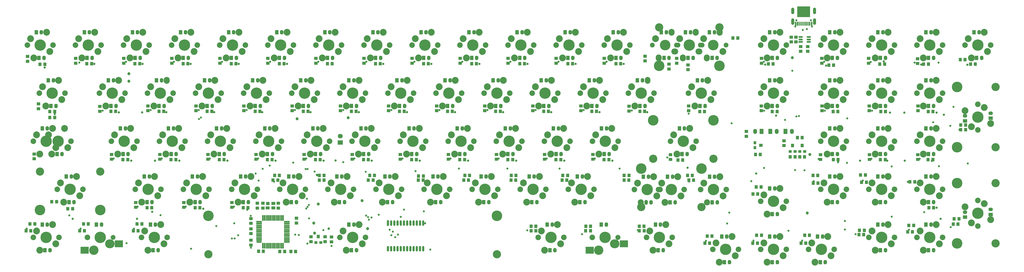
<source format=gbs>
%FSLAX25Y25*%
%MOIN*%
G70*
G01*
G75*
G04 Layer_Color=16711935*
%ADD10C,0.01500*%
%ADD11C,0.03937*%
%ADD12C,0.01000*%
%ADD13C,0.01575*%
%ADD14C,0.03150*%
%ADD15C,0.01400*%
%ADD16C,0.01969*%
%ADD17R,0.04724X0.06300*%
%ADD18O,0.04724X0.06300*%
%ADD19C,0.06689*%
%ADD20O,0.09840X0.08800*%
%ADD21O,0.08661X0.09840*%
%ADD22C,0.16929*%
%ADD23C,0.09840*%
%ADD24C,0.12000*%
%ADD25C,0.15700*%
%ADD26O,0.03937X0.09449*%
%ADD27C,0.02756*%
%ADD28C,0.02362*%
%ADD29O,0.05118X0.07087*%
%ADD30R,0.05118X0.07087*%
%ADD31O,0.07087X0.05906*%
%ADD32R,0.07087X0.05906*%
%ADD33C,0.07874*%
%ADD34C,0.07087*%
%ADD35C,0.13780*%
%ADD36O,0.14000X0.13000*%
%ADD37O,0.06300X0.04724*%
%ADD38R,0.06300X0.04724*%
%ADD39C,0.08661*%
G04:AMPARAMS|DCode=40|XSize=47.24mil|YSize=63mil|CornerRadius=0mil|HoleSize=0mil|Usage=FLASHONLY|Rotation=0.000|XOffset=0mil|YOffset=0mil|HoleType=Round|Shape=Octagon|*
%AMOCTAGOND40*
4,1,8,-0.01181,0.03150,0.01181,0.03150,0.02362,0.01969,0.02362,-0.01969,0.01181,-0.03150,-0.01181,-0.03150,-0.02362,-0.01969,-0.02362,0.01969,-0.01181,0.03150,0.0*
%
%ADD40OCTAGOND40*%

%ADD41O,0.08000X0.09840*%
%ADD42O,0.08661X0.09843*%
%ADD43C,0.06693*%
%ADD44O,0.08661X0.09839*%
%ADD45C,0.15669*%
%ADD46O,0.08661X0.09840*%
%ADD47O,0.09840X0.08661*%
%ADD48C,0.15669*%
%ADD49C,0.02441*%
%ADD50C,0.03150*%
%ADD51C,0.03937*%
%ADD52R,0.04331X0.04921*%
%ADD53R,0.00984X0.05118*%
%ADD54R,0.04921X0.04331*%
%ADD55R,0.05906X0.01969*%
%ADD56O,0.05906X0.01969*%
%ADD57O,0.07874X0.01969*%
%ADD58R,0.07874X0.01969*%
%ADD59R,0.01969X0.07874*%
%ADD60R,0.04724X0.03937*%
%ADD61R,0.03543X0.03937*%
%ADD62R,0.02559X0.07874*%
%ADD63O,0.02559X0.07874*%
%ADD64R,0.05118X0.04331*%
%ADD65R,0.03937X0.03937*%
%ADD66R,0.11811X0.09843*%
%ADD67R,0.03937X0.04724*%
%ADD68R,0.03937X0.03543*%
%ADD69R,0.19685X0.15748*%
%ADD70C,0.02362*%
%ADD71C,0.02756*%
%ADD72C,0.00394*%
%ADD73R,0.05524X0.07100*%
%ADD74O,0.05524X0.07100*%
%ADD75C,0.07489*%
%ADD76O,0.10640X0.09600*%
%ADD77O,0.09461X0.10640*%
%ADD78C,0.17729*%
%ADD79C,0.10640*%
%ADD80C,0.12800*%
%ADD81C,0.16500*%
%ADD82O,0.04737X0.10249*%
%ADD83C,0.03556*%
%ADD84C,0.03162*%
%ADD85O,0.05918X0.07887*%
%ADD86R,0.05918X0.07887*%
%ADD87O,0.07887X0.06706*%
%ADD88R,0.07887X0.06706*%
%ADD89C,0.08674*%
%ADD90C,0.07887*%
%ADD91C,0.14579*%
%ADD92O,0.14800X0.13800*%
%ADD93O,0.07100X0.05524*%
%ADD94R,0.07100X0.05524*%
%ADD95C,0.09461*%
G04:AMPARAMS|DCode=96|XSize=55.24mil|YSize=71mil|CornerRadius=0mil|HoleSize=0mil|Usage=FLASHONLY|Rotation=0.000|XOffset=0mil|YOffset=0mil|HoleType=Round|Shape=Octagon|*
%AMOCTAGOND96*
4,1,8,-0.01381,0.03550,0.01381,0.03550,0.02762,0.02169,0.02762,-0.02169,0.01381,-0.03550,-0.01381,-0.03550,-0.02762,-0.02169,-0.02762,0.02169,-0.01381,0.03550,0.0*
%
%ADD96OCTAGOND96*%

%ADD97O,0.08800X0.10640*%
%ADD98O,0.09461X0.10642*%
%ADD99C,0.07493*%
%ADD100O,0.09461X0.10639*%
%ADD101C,0.16469*%
%ADD102O,0.09461X0.10640*%
%ADD103O,0.10640X0.09461*%
%ADD104C,0.16469*%
%ADD105C,0.03950*%
%ADD106C,0.04737*%
%ADD107R,0.05131X0.05721*%
%ADD108R,0.01784X0.05918*%
%ADD109R,0.05721X0.05131*%
%ADD110R,0.06706X0.02769*%
%ADD111O,0.06706X0.02769*%
%ADD112O,0.08674X0.02769*%
%ADD113R,0.08674X0.02769*%
%ADD114R,0.02769X0.08674*%
%ADD115R,0.05524X0.04737*%
%ADD116R,0.04343X0.04737*%
%ADD117R,0.03359X0.08674*%
%ADD118O,0.03359X0.08674*%
%ADD119R,0.05918X0.05131*%
%ADD120R,0.04737X0.04737*%
%ADD121R,0.12611X0.10642*%
%ADD122R,0.04737X0.05524*%
%ADD123R,0.04737X0.04343*%
%ADD124R,0.20485X0.16548*%
D72*
X-814173Y167717D02*
X-813780Y167323D01*
X-814173Y167717D02*
X-813780Y171653D01*
X-813980Y167523D02*
Y169649D01*
X-814170Y167713D02*
X-810240D01*
X-814134Y168107D02*
X-809846D01*
X-814095Y168500D02*
X-809842D01*
X-814056Y168894D02*
X-809842D01*
X-813859Y170862D02*
X-809842D01*
X-813819Y171256D02*
X-809842D01*
X-813780Y171650D02*
X-809842D01*
X-813780Y171653D02*
X-810236D01*
X-814016Y169288D02*
X-809842D01*
X-813977Y169681D02*
X-809842D01*
X-813937Y170075D02*
X-809842D01*
X-813898Y170469D02*
X-809842D01*
X-813780Y167323D02*
X-812598D01*
X-812799D02*
Y171653D01*
X-813586Y167323D02*
Y171653D01*
X-813193Y167323D02*
Y171653D01*
X-812598Y167323D02*
X-810630D01*
X-811618D02*
Y171653D01*
X-812405Y167323D02*
Y171653D01*
X-812012Y167323D02*
Y171653D01*
X-810630Y167323D02*
X-810236Y167717D01*
X-810437Y167516D02*
Y171653D01*
X-811224Y167323D02*
Y171653D01*
X-810830Y167323D02*
Y171653D01*
X-810236Y167717D02*
X-809842Y168110D01*
Y171653D01*
X-810236D02*
X-809842D01*
X-810043Y167910D02*
Y171653D01*
D73*
X-160921Y436929D02*
D03*
X-156815Y396929D02*
D03*
X45181Y118228D02*
D03*
X49287Y78228D02*
D03*
X-292220Y136929D02*
D03*
X-207772Y136929D02*
D03*
X-203665Y96929D02*
D03*
X-376472Y136929D02*
D03*
X-372366Y96929D02*
D03*
X-995370Y136929D02*
D03*
X-991264Y96929D02*
D03*
X-1079622Y136929D02*
D03*
X-1164071Y136929D02*
D03*
X-1159965Y96929D02*
D03*
X214079Y286732D02*
D03*
X218185Y246732D02*
D03*
X-1173323Y436929D02*
D03*
X-1169217Y396929D02*
D03*
X139079Y136732D02*
D03*
X143185Y96732D02*
D03*
X218185Y171929D02*
D03*
X214079Y211929D02*
D03*
X64079Y436929D02*
D03*
X68185Y396929D02*
D03*
X143185D02*
D03*
X139079Y436929D02*
D03*
X218185Y396929D02*
D03*
X214079Y436929D02*
D03*
X218185Y321929D02*
D03*
X214079Y361929D02*
D03*
X143185Y321929D02*
D03*
X139079Y361929D02*
D03*
X64079D02*
D03*
X68185Y321929D02*
D03*
X64079Y286732D02*
D03*
X68185Y246732D02*
D03*
X143185D02*
D03*
X139079Y286732D02*
D03*
X68185Y171929D02*
D03*
X64079Y211929D02*
D03*
X139079D02*
D03*
X143185Y171929D02*
D03*
X289079Y436929D02*
D03*
X293185Y396929D02*
D03*
X-25516Y321929D02*
D03*
X-29622Y361929D02*
D03*
X-25516Y396929D02*
D03*
X-29622Y436929D02*
D03*
X-188932Y211579D02*
D03*
X-184826Y171580D02*
D03*
X218185Y96929D02*
D03*
X214079Y136929D02*
D03*
X-100319Y78228D02*
D03*
X-104425Y118228D02*
D03*
X-29622D02*
D03*
X-25516Y78228D02*
D03*
X-681815Y96929D02*
D03*
X-685921Y136929D02*
D03*
X-742063Y286929D02*
D03*
X-737957Y246929D02*
D03*
X-1141067D02*
D03*
X-1122366Y171929D02*
D03*
X-1126472Y211929D02*
D03*
X-1164071Y286929D02*
D03*
X-1150516Y321929D02*
D03*
X-1154622Y361929D02*
D03*
X-29622Y193032D02*
D03*
X-25516Y153032D02*
D03*
X-119217Y171580D02*
D03*
X-123323Y211579D02*
D03*
X-226541D02*
D03*
X-325516Y171929D02*
D03*
X-329622Y211929D02*
D03*
X-404644D02*
D03*
X-400538Y171929D02*
D03*
X-475560D02*
D03*
X-479666Y211929D02*
D03*
X-554688D02*
D03*
X-550582Y171929D02*
D03*
X-625603D02*
D03*
X-629710Y211929D02*
D03*
X-704732D02*
D03*
X-700625Y171929D02*
D03*
X-775647D02*
D03*
X-779753Y211929D02*
D03*
X-854775D02*
D03*
X-850669Y171929D02*
D03*
X-925691D02*
D03*
X-929797Y211929D02*
D03*
X-1004819D02*
D03*
X-1000713Y171929D02*
D03*
X-166264Y246929D02*
D03*
X-170370Y286929D02*
D03*
X-291827D02*
D03*
X-287720Y246929D02*
D03*
X-362760D02*
D03*
X-366866Y286929D02*
D03*
X-441905D02*
D03*
X-437799Y246929D02*
D03*
X-512839D02*
D03*
X-516945Y286929D02*
D03*
X-591984D02*
D03*
X-587878Y246929D02*
D03*
X-662917D02*
D03*
X-667024Y286929D02*
D03*
X-812996Y246929D02*
D03*
X-817102Y286929D02*
D03*
X-892142D02*
D03*
X-888035Y246929D02*
D03*
X-963075D02*
D03*
X-967181Y286929D02*
D03*
X-1042220D02*
D03*
X-1038114Y246929D02*
D03*
X-142417Y361929D02*
D03*
X-138311Y321929D02*
D03*
X-231833D02*
D03*
X-235939Y361929D02*
D03*
X-310938D02*
D03*
X-306831Y321929D02*
D03*
X-381830D02*
D03*
X-385936Y361929D02*
D03*
X-460934D02*
D03*
X-456828Y321929D02*
D03*
X-531826D02*
D03*
X-535933Y361929D02*
D03*
X-610931D02*
D03*
X-606825Y321929D02*
D03*
X-681823D02*
D03*
X-685929Y361929D02*
D03*
X-760928D02*
D03*
X-756821Y321929D02*
D03*
X-831820D02*
D03*
X-835926Y361929D02*
D03*
X-910925D02*
D03*
X-906818Y321929D02*
D03*
X-981817D02*
D03*
X-985923Y361929D02*
D03*
X-1060921D02*
D03*
X-1056815Y321929D02*
D03*
X-269414Y396929D02*
D03*
X-273520Y436929D02*
D03*
X-348503D02*
D03*
X-344397Y396929D02*
D03*
X-419381D02*
D03*
X-423487Y436929D02*
D03*
X-498471D02*
D03*
X-494364Y396929D02*
D03*
X-569348D02*
D03*
X-573454Y436929D02*
D03*
X-648438D02*
D03*
X-644332Y396929D02*
D03*
X-719315D02*
D03*
X-723421Y436929D02*
D03*
X-798405D02*
D03*
X-794299Y396929D02*
D03*
X-869282D02*
D03*
X-873388Y436929D02*
D03*
X-948372D02*
D03*
X-944266Y396929D02*
D03*
X-1019249D02*
D03*
X-1023356Y436929D02*
D03*
X-1098339D02*
D03*
X-1094233Y396929D02*
D03*
X-123553Y436929D02*
D03*
X-119446Y396929D02*
D03*
X-198536Y436929D02*
D03*
X-194430Y396929D02*
D03*
D74*
X-153086Y436929D02*
D03*
X-148921Y396929D02*
D03*
X53016Y118228D02*
D03*
X57181Y78228D02*
D03*
X-284327Y136929D02*
D03*
X-199936Y136929D02*
D03*
X-195772Y96929D02*
D03*
X-368637Y136929D02*
D03*
X-364472Y96929D02*
D03*
X-987535Y136929D02*
D03*
X-983370Y96929D02*
D03*
X-1071728Y136929D02*
D03*
X-1156236Y136929D02*
D03*
X-1152071Y96929D02*
D03*
X221914Y286732D02*
D03*
X226079Y246732D02*
D03*
X-1165487Y436929D02*
D03*
X-1161323Y396929D02*
D03*
X146914Y136732D02*
D03*
X151079Y96732D02*
D03*
X226079Y171929D02*
D03*
X221914Y211929D02*
D03*
X71914Y436929D02*
D03*
X76079Y396929D02*
D03*
X151079D02*
D03*
X146914Y436929D02*
D03*
X226079Y396929D02*
D03*
X221914Y436929D02*
D03*
X226079Y321929D02*
D03*
X221914Y361929D02*
D03*
X151079Y321929D02*
D03*
X146914Y361929D02*
D03*
X71914D02*
D03*
X76079Y321929D02*
D03*
X71914Y286732D02*
D03*
X76079Y246732D02*
D03*
X151079D02*
D03*
X146914Y286732D02*
D03*
X76079Y171929D02*
D03*
X71914Y211929D02*
D03*
X146914D02*
D03*
X151079Y171929D02*
D03*
X296914Y436929D02*
D03*
X301079Y396929D02*
D03*
X-17622Y321929D02*
D03*
X-21787Y361929D02*
D03*
X-17622Y396929D02*
D03*
X-21787Y436929D02*
D03*
X-181097Y211579D02*
D03*
X-176932Y171580D02*
D03*
X226079Y96929D02*
D03*
X221914Y136929D02*
D03*
X-92425Y78228D02*
D03*
X-96590Y118228D02*
D03*
X-21787D02*
D03*
X-17622Y78228D02*
D03*
X-673921Y96929D02*
D03*
X-678086Y136929D02*
D03*
X-734228Y286929D02*
D03*
X-730063Y246929D02*
D03*
X-1133173D02*
D03*
X-1114472Y171929D02*
D03*
X-1118637Y211929D02*
D03*
X-1156236Y286929D02*
D03*
X-1142622Y321929D02*
D03*
X-1146787Y361929D02*
D03*
X-21787Y193032D02*
D03*
X-17622Y153032D02*
D03*
X-111323Y171580D02*
D03*
X-115488Y211579D02*
D03*
X-218706D02*
D03*
X-214541Y171580D02*
D03*
X-317622Y171929D02*
D03*
X-321787Y211929D02*
D03*
X-396809D02*
D03*
X-392644Y171929D02*
D03*
X-467666D02*
D03*
X-471831Y211929D02*
D03*
X-546852D02*
D03*
X-542688Y171929D02*
D03*
X-617710D02*
D03*
X-621874Y211929D02*
D03*
X-696896D02*
D03*
X-692732Y171929D02*
D03*
X-767753D02*
D03*
X-771918Y211929D02*
D03*
X-846940D02*
D03*
X-842775Y171929D02*
D03*
X-917797D02*
D03*
X-921962Y211929D02*
D03*
X-996984D02*
D03*
X-992819Y171929D02*
D03*
X-158370Y246929D02*
D03*
X-162535Y286929D02*
D03*
X-283992D02*
D03*
X-279827Y246929D02*
D03*
X-354866D02*
D03*
X-359031Y286929D02*
D03*
X-434070D02*
D03*
X-429906Y246929D02*
D03*
X-504945D02*
D03*
X-509110Y286929D02*
D03*
X-584149D02*
D03*
X-579984Y246929D02*
D03*
X-655024D02*
D03*
X-659188Y286929D02*
D03*
X-805102Y246929D02*
D03*
X-809267Y286929D02*
D03*
X-884306D02*
D03*
X-880142Y246929D02*
D03*
X-955181D02*
D03*
X-959346Y286929D02*
D03*
X-1034385D02*
D03*
X-1030221Y246929D02*
D03*
X-134582Y361929D02*
D03*
X-130417Y321929D02*
D03*
X-223939D02*
D03*
X-228104Y361929D02*
D03*
X-303102D02*
D03*
X-298938Y321929D02*
D03*
X-373936D02*
D03*
X-378101Y361929D02*
D03*
X-453099D02*
D03*
X-448934Y321929D02*
D03*
X-523933D02*
D03*
X-528097Y361929D02*
D03*
X-603096D02*
D03*
X-598931Y321929D02*
D03*
X-673930D02*
D03*
X-678094Y361929D02*
D03*
X-753092D02*
D03*
X-748928Y321929D02*
D03*
X-823926D02*
D03*
X-828091Y361929D02*
D03*
X-903089D02*
D03*
X-898925Y321929D02*
D03*
X-973923D02*
D03*
X-978088Y361929D02*
D03*
X-1053086D02*
D03*
X-1048921Y321929D02*
D03*
X-261520Y396929D02*
D03*
X-265685Y436929D02*
D03*
X-340668D02*
D03*
X-336504Y396929D02*
D03*
X-411487D02*
D03*
X-415652Y436929D02*
D03*
X-490635D02*
D03*
X-486471Y396929D02*
D03*
X-561454D02*
D03*
X-565619Y436929D02*
D03*
X-640602D02*
D03*
X-636438Y396929D02*
D03*
X-711421D02*
D03*
X-715586Y436929D02*
D03*
X-790570D02*
D03*
X-786405Y396929D02*
D03*
X-861388D02*
D03*
X-865553Y436929D02*
D03*
X-940537D02*
D03*
X-936372Y396929D02*
D03*
X-1011356D02*
D03*
X-1015520Y436929D02*
D03*
X-1090504D02*
D03*
X-1086339Y396929D02*
D03*
X-115717Y436929D02*
D03*
X-111553Y396929D02*
D03*
X-190701Y436929D02*
D03*
X-186536Y396929D02*
D03*
D75*
X-174921Y416929D02*
D03*
X-134921D02*
D03*
X-1053622Y116929D02*
D03*
X-97553Y416929D02*
D03*
X-212536D02*
D03*
X-172536D02*
D03*
D76*
X-139921Y406929D02*
D03*
D77*
X-164921Y396929D02*
D03*
X-144921Y436929D02*
D03*
X-202536Y396929D02*
D03*
X-182536Y436929D02*
D03*
D78*
X-154921Y416929D02*
D03*
X51181Y98228D02*
D03*
X-286221Y116929D02*
D03*
X-201772Y116929D02*
D03*
X-370472D02*
D03*
X-989370D02*
D03*
X-1073622Y116929D02*
D03*
X-1158071Y116929D02*
D03*
X220079Y266732D02*
D03*
X-1167323Y416929D02*
D03*
X145079Y116732D02*
D03*
X220079Y191929D02*
D03*
X70079Y416929D02*
D03*
X145079D02*
D03*
X220079D02*
D03*
Y341929D02*
D03*
X145079D02*
D03*
X70079D02*
D03*
Y266732D02*
D03*
X145079D02*
D03*
X70079Y191929D02*
D03*
X145079D02*
D03*
X295079Y304528D02*
D03*
X295079Y416929D02*
D03*
X-23622Y341929D02*
D03*
Y416929D02*
D03*
X295079Y154331D02*
D03*
X-182932Y191579D02*
D03*
X220079Y116929D02*
D03*
X-98425Y98228D02*
D03*
X-23622D02*
D03*
X-679921Y116929D02*
D03*
X-736063Y266929D02*
D03*
X-1139173D02*
D03*
X-1120473Y191929D02*
D03*
X-1158071Y266929D02*
D03*
X-1148622Y341929D02*
D03*
X-23622Y173031D02*
D03*
X-117323Y191579D02*
D03*
X-220541D02*
D03*
X-323622Y191929D02*
D03*
X-398644D02*
D03*
X-473666D02*
D03*
X-548688D02*
D03*
X-623710D02*
D03*
X-698732D02*
D03*
X-773753D02*
D03*
X-848775D02*
D03*
X-923797D02*
D03*
X-998819D02*
D03*
X-164370Y266929D02*
D03*
X-285827D02*
D03*
X-360866D02*
D03*
X-435906D02*
D03*
X-510945D02*
D03*
X-585984D02*
D03*
X-661024D02*
D03*
X-811102D02*
D03*
X-886142D02*
D03*
X-961181D02*
D03*
X-1036220D02*
D03*
X-136417Y341929D02*
D03*
X-229939D02*
D03*
X-304938D02*
D03*
X-379936D02*
D03*
X-454934D02*
D03*
X-529933D02*
D03*
X-604931D02*
D03*
X-679929D02*
D03*
X-754928D02*
D03*
X-829926D02*
D03*
X-904925D02*
D03*
X-979923D02*
D03*
X-1054921D02*
D03*
X-267520Y416929D02*
D03*
X-342503D02*
D03*
X-417487D02*
D03*
X-492471D02*
D03*
X-567454D02*
D03*
X-642438D02*
D03*
X-717421D02*
D03*
X-792405D02*
D03*
X-867389D02*
D03*
X-942372D02*
D03*
X-1017356D02*
D03*
X-1092339D02*
D03*
D79*
X-169921Y426929D02*
D03*
X66181Y88228D02*
D03*
X41181Y78228D02*
D03*
X61181Y118228D02*
D03*
X36181Y108228D02*
D03*
X-186772Y106929D02*
D03*
X-211772Y96929D02*
D03*
X-191772Y136929D02*
D03*
X-216772Y126929D02*
D03*
X-355472Y106929D02*
D03*
X-380472Y96929D02*
D03*
X-360472Y136929D02*
D03*
X-385472Y126929D02*
D03*
X-974370Y106929D02*
D03*
X-999370Y96929D02*
D03*
X-979370Y136929D02*
D03*
X-1004370Y126929D02*
D03*
X-1143071Y106929D02*
D03*
X-1168071Y96929D02*
D03*
X-1148071Y136929D02*
D03*
X-1173071Y126929D02*
D03*
X235079Y256732D02*
D03*
X210079Y246732D02*
D03*
X230079Y286732D02*
D03*
X205079Y276732D02*
D03*
X-1152323Y406929D02*
D03*
X-1177323Y396929D02*
D03*
X-1157323Y436929D02*
D03*
X-1182323Y426929D02*
D03*
X160079Y106732D02*
D03*
X135079Y96732D02*
D03*
X155079Y136732D02*
D03*
X130079Y126732D02*
D03*
X205079Y201929D02*
D03*
X230079Y211929D02*
D03*
X210079Y171929D02*
D03*
X235079Y181929D02*
D03*
X85079Y406929D02*
D03*
X60079Y396929D02*
D03*
X80079Y436929D02*
D03*
X55079Y426929D02*
D03*
X130079D02*
D03*
X155079Y436929D02*
D03*
X135079Y396929D02*
D03*
X160079Y406929D02*
D03*
X205079Y426929D02*
D03*
X230079Y436929D02*
D03*
X210079Y396929D02*
D03*
X235079Y406929D02*
D03*
X205079Y351929D02*
D03*
X230079Y361929D02*
D03*
X210079Y321929D02*
D03*
X235079Y331929D02*
D03*
X130079Y351929D02*
D03*
X155079Y361929D02*
D03*
X135079Y321929D02*
D03*
X160079Y331929D02*
D03*
X85079D02*
D03*
X60079Y321929D02*
D03*
X80079Y361929D02*
D03*
X55079Y351929D02*
D03*
X85079Y256732D02*
D03*
X60079Y246732D02*
D03*
X80079Y286732D02*
D03*
X55079Y276732D02*
D03*
X130079D02*
D03*
X155079Y286732D02*
D03*
X135079Y246732D02*
D03*
X160079Y256732D02*
D03*
X55079Y201929D02*
D03*
X80079Y211929D02*
D03*
X60079Y171929D02*
D03*
X85079Y181929D02*
D03*
X160079D02*
D03*
X135079Y171929D02*
D03*
X155079Y211929D02*
D03*
X130079Y201929D02*
D03*
X285079Y289528D02*
D03*
X275079Y314528D02*
D03*
X315079Y294528D02*
D03*
X305079Y319528D02*
D03*
X310079Y406929D02*
D03*
X285079Y396929D02*
D03*
X305079Y436929D02*
D03*
X280079Y426929D02*
D03*
X-38622Y351929D02*
D03*
X-13622Y361929D02*
D03*
X-33622Y321929D02*
D03*
X-8622Y331929D02*
D03*
X-38622Y426929D02*
D03*
X-13622Y436929D02*
D03*
X-33622Y396929D02*
D03*
X-8622Y406929D02*
D03*
X305079Y169331D02*
D03*
X315079Y144331D02*
D03*
X275079Y164331D02*
D03*
X285079Y139331D02*
D03*
X-167932Y181579D02*
D03*
X-192932Y171580D02*
D03*
X-172932Y211579D02*
D03*
X-197932Y201579D02*
D03*
X205079Y126929D02*
D03*
X230079Y136929D02*
D03*
X210079Y96929D02*
D03*
X235079Y106929D02*
D03*
X-113425Y108228D02*
D03*
X-88425Y118228D02*
D03*
X-108425Y78228D02*
D03*
X-83425Y88228D02*
D03*
X-8622D02*
D03*
X-33622Y78228D02*
D03*
X-13622Y118228D02*
D03*
X-38622Y108228D02*
D03*
X-694921Y126929D02*
D03*
X-669921Y136929D02*
D03*
X-689921Y96929D02*
D03*
X-664921Y106929D02*
D03*
X-721063Y256929D02*
D03*
X-746063Y246929D02*
D03*
X-726063Y286929D02*
D03*
X-751063Y276929D02*
D03*
X-1154173D02*
D03*
X-1129173Y286929D02*
D03*
X-1149173Y246929D02*
D03*
X-1124173Y256929D02*
D03*
X-1135472Y201929D02*
D03*
X-1110472Y211929D02*
D03*
X-1130472Y171929D02*
D03*
X-1105472Y181929D02*
D03*
X-1143071Y256929D02*
D03*
X-1168071Y246929D02*
D03*
X-1148071Y286929D02*
D03*
X-1173071Y276929D02*
D03*
X-1163622Y351929D02*
D03*
X-1138622Y361929D02*
D03*
X-1158622Y321929D02*
D03*
X-1133622Y331929D02*
D03*
X-8622Y163031D02*
D03*
X-33622Y153032D02*
D03*
X-13622Y193032D02*
D03*
X-38622Y183031D02*
D03*
X-132323Y201579D02*
D03*
X-107323Y211579D02*
D03*
X-102323Y181579D02*
D03*
X-205541D02*
D03*
X-210541Y211579D02*
D03*
X-235541Y201579D02*
D03*
X-338622Y201929D02*
D03*
X-313622Y211929D02*
D03*
X-333622Y171929D02*
D03*
X-308622Y181929D02*
D03*
X-383644D02*
D03*
X-408644Y171929D02*
D03*
X-388644Y211929D02*
D03*
X-413644Y201929D02*
D03*
X-488666D02*
D03*
X-463666Y211929D02*
D03*
X-483666Y171929D02*
D03*
X-458666Y181929D02*
D03*
X-533688D02*
D03*
X-558688Y171929D02*
D03*
X-538688Y211929D02*
D03*
X-563688Y201929D02*
D03*
X-638710D02*
D03*
X-613710Y211929D02*
D03*
X-633710Y171929D02*
D03*
X-608710Y181929D02*
D03*
X-683732D02*
D03*
X-708732Y171929D02*
D03*
X-688731Y211929D02*
D03*
X-713731Y201929D02*
D03*
X-788753D02*
D03*
X-763753Y211929D02*
D03*
X-783753Y171929D02*
D03*
X-758753Y181929D02*
D03*
X-833775D02*
D03*
X-858775Y171929D02*
D03*
X-838775Y211929D02*
D03*
X-863775Y201929D02*
D03*
X-938797D02*
D03*
X-913797Y211929D02*
D03*
X-933797Y171929D02*
D03*
X-908797Y181929D02*
D03*
X-983819D02*
D03*
X-1008819Y171929D02*
D03*
X-988819Y211929D02*
D03*
X-1013819Y201929D02*
D03*
X-179370Y276929D02*
D03*
X-154370Y286929D02*
D03*
X-174370Y246929D02*
D03*
X-149370Y256929D02*
D03*
X-270827D02*
D03*
X-295827Y246929D02*
D03*
X-275827Y286929D02*
D03*
X-300827Y276929D02*
D03*
X-375866D02*
D03*
X-350866Y286929D02*
D03*
X-370866Y246929D02*
D03*
X-345866Y256929D02*
D03*
X-420905D02*
D03*
X-445905Y246929D02*
D03*
X-425906Y286929D02*
D03*
X-450906Y276929D02*
D03*
X-525945D02*
D03*
X-500945Y286929D02*
D03*
X-520945Y246929D02*
D03*
X-495945Y256929D02*
D03*
X-570984D02*
D03*
X-595984Y246929D02*
D03*
X-575984Y286929D02*
D03*
X-600984Y276929D02*
D03*
X-676024D02*
D03*
X-651024Y286929D02*
D03*
X-671024Y246929D02*
D03*
X-646024Y256929D02*
D03*
X-826102Y276929D02*
D03*
X-801102Y286929D02*
D03*
X-821102Y246929D02*
D03*
X-796102Y256929D02*
D03*
X-871142D02*
D03*
X-896142Y246929D02*
D03*
X-876142Y286929D02*
D03*
X-901142Y276929D02*
D03*
X-976181D02*
D03*
X-951181Y286929D02*
D03*
X-971181Y246929D02*
D03*
X-946181Y256929D02*
D03*
X-1021220D02*
D03*
X-1046220Y246929D02*
D03*
X-1026221Y286929D02*
D03*
X-1051221Y276929D02*
D03*
X-121417Y331929D02*
D03*
X-146417Y321929D02*
D03*
X-126417Y361929D02*
D03*
X-151417Y351929D02*
D03*
X-244939D02*
D03*
X-239939Y321929D02*
D03*
X-214939Y331929D02*
D03*
X-289938D02*
D03*
X-314938Y321929D02*
D03*
X-294938Y361929D02*
D03*
X-319938Y351929D02*
D03*
X-394936D02*
D03*
X-369936Y361929D02*
D03*
X-389936Y321929D02*
D03*
X-364936Y331929D02*
D03*
X-439934D02*
D03*
X-464934Y321929D02*
D03*
X-444934Y361929D02*
D03*
X-469934Y351929D02*
D03*
X-544933D02*
D03*
X-519933Y361929D02*
D03*
X-539933Y321929D02*
D03*
X-514933Y331929D02*
D03*
X-589931D02*
D03*
X-614931Y321929D02*
D03*
X-594931Y361929D02*
D03*
X-619931Y351929D02*
D03*
X-694930D02*
D03*
X-669930Y361929D02*
D03*
X-689929Y321929D02*
D03*
X-664929Y331929D02*
D03*
X-739928D02*
D03*
X-764928Y321929D02*
D03*
X-744928Y361929D02*
D03*
X-769928Y351929D02*
D03*
X-844926D02*
D03*
X-819926Y361929D02*
D03*
X-839926Y321929D02*
D03*
X-814926Y331929D02*
D03*
X-889925D02*
D03*
X-914925Y321929D02*
D03*
X-894925Y361929D02*
D03*
X-919925Y351929D02*
D03*
X-994923D02*
D03*
X-989923Y321929D02*
D03*
X-964923Y331929D02*
D03*
X-1039921D02*
D03*
X-1064921Y321929D02*
D03*
X-1044921Y361929D02*
D03*
X-1069921Y351929D02*
D03*
X-282520Y426929D02*
D03*
X-257520Y436929D02*
D03*
X-277520Y396929D02*
D03*
X-252520Y406929D02*
D03*
X-327503D02*
D03*
X-352503Y396929D02*
D03*
X-332504Y436929D02*
D03*
X-357504Y426929D02*
D03*
X-432487D02*
D03*
X-407487Y436929D02*
D03*
X-427487Y396929D02*
D03*
X-402487Y406929D02*
D03*
X-477471D02*
D03*
X-502471Y396929D02*
D03*
X-482471Y436929D02*
D03*
X-507471Y426929D02*
D03*
X-582454D02*
D03*
X-557454Y436929D02*
D03*
X-577454Y396929D02*
D03*
X-552454Y406929D02*
D03*
X-627438D02*
D03*
X-652438Y396929D02*
D03*
X-632438Y436929D02*
D03*
X-657438Y426929D02*
D03*
X-732421D02*
D03*
X-707421Y436929D02*
D03*
X-727421Y396929D02*
D03*
X-702421Y406929D02*
D03*
X-777405D02*
D03*
X-802405Y396929D02*
D03*
X-782405Y436929D02*
D03*
X-807405Y426929D02*
D03*
X-882388D02*
D03*
X-857388Y436929D02*
D03*
X-877388Y396929D02*
D03*
X-852388Y406929D02*
D03*
X-927372D02*
D03*
X-952372Y396929D02*
D03*
X-932372Y436929D02*
D03*
X-957372Y426929D02*
D03*
X-1032356D02*
D03*
X-1007356Y436929D02*
D03*
X-1027356Y396929D02*
D03*
X-1002356Y406929D02*
D03*
X-1077339D02*
D03*
X-1102339Y396929D02*
D03*
X-1082339Y436929D02*
D03*
X-1107339Y426929D02*
D03*
X-102553Y406929D02*
D03*
X-132553Y426929D02*
D03*
X-207536D02*
D03*
D80*
X-1167472Y219429D02*
D03*
X-1073472D02*
D03*
X322579Y107331D02*
D03*
Y201331D02*
D03*
Y257528D02*
D03*
Y351528D02*
D03*
X-107921Y444429D02*
D03*
X-201921D02*
D03*
X-229932Y164080D02*
D03*
X-135932D02*
D03*
X-211370Y239429D02*
D03*
X-117370D02*
D03*
X-454921Y90428D02*
D03*
X-904921D02*
D03*
D81*
X-1167472Y159429D02*
D03*
X-1073472D02*
D03*
X262579Y107331D02*
D03*
Y201331D02*
D03*
Y257528D02*
D03*
Y351528D02*
D03*
X-107921Y384429D02*
D03*
X-201921D02*
D03*
X-229932Y224080D02*
D03*
X-135932D02*
D03*
X-211370Y299429D02*
D03*
X-117370D02*
D03*
X-454921Y150428D02*
D03*
X-904921D02*
D03*
D82*
X6239Y470052D02*
D03*
X40294D02*
D03*
X6239Y453595D02*
D03*
X40294D02*
D03*
D83*
Y470052D02*
D03*
D03*
Y469659D02*
D03*
Y469265D02*
D03*
Y468871D02*
D03*
Y468477D02*
D03*
Y468084D02*
D03*
Y467690D02*
D03*
Y472414D02*
D03*
Y472021D02*
D03*
Y471627D02*
D03*
Y471233D02*
D03*
Y470840D02*
D03*
Y470446D02*
D03*
Y470052D02*
D03*
D03*
X6239D02*
D03*
D03*
Y469659D02*
D03*
Y469265D02*
D03*
Y468871D02*
D03*
Y468477D02*
D03*
Y468084D02*
D03*
Y467690D02*
D03*
Y472414D02*
D03*
Y472021D02*
D03*
Y471627D02*
D03*
Y471233D02*
D03*
Y470840D02*
D03*
Y470446D02*
D03*
Y470052D02*
D03*
D03*
X40294Y453595D02*
D03*
D03*
Y453202D02*
D03*
Y452808D02*
D03*
Y452414D02*
D03*
Y452021D02*
D03*
Y451627D02*
D03*
Y451233D02*
D03*
Y450840D02*
D03*
Y456351D02*
D03*
Y455958D02*
D03*
Y455564D02*
D03*
Y455170D02*
D03*
Y454777D02*
D03*
Y454383D02*
D03*
Y453989D02*
D03*
Y453595D02*
D03*
D03*
X6239D02*
D03*
D03*
Y453989D02*
D03*
Y454383D02*
D03*
Y454777D02*
D03*
Y455170D02*
D03*
Y455564D02*
D03*
Y455958D02*
D03*
Y456351D02*
D03*
Y450840D02*
D03*
Y451233D02*
D03*
Y451627D02*
D03*
Y452021D02*
D03*
Y452414D02*
D03*
Y452808D02*
D03*
Y453202D02*
D03*
Y453595D02*
D03*
D03*
X-220490Y312220D02*
D03*
X-19685Y306890D02*
D03*
X180905Y236614D02*
D03*
X180511Y311614D02*
D03*
X230709Y162992D02*
D03*
X242126Y308071D02*
D03*
X230709Y311614D02*
D03*
X158071D02*
D03*
X237205Y145669D02*
D03*
X-1016339Y145866D02*
D03*
X-992717Y156890D02*
D03*
X-1116732Y145866D02*
D03*
X-1144685Y309054D02*
D03*
X-1160433Y381693D02*
D03*
X278740Y386221D02*
D03*
X153740Y236614D02*
D03*
X223425Y236024D02*
D03*
X76968Y234055D02*
D03*
X-988386Y236614D02*
D03*
X-1008268Y311811D02*
D03*
X206693Y386417D02*
D03*
X148425Y391535D02*
D03*
X58465Y384646D02*
D03*
X-36614Y386417D02*
D03*
X-912970Y161614D02*
D03*
X-275000Y236614D02*
D03*
X-350039D02*
D03*
X-425079D02*
D03*
X-500118D02*
D03*
X-575157D02*
D03*
X-650197D02*
D03*
X-725236D02*
D03*
X-800276D02*
D03*
X-875315D02*
D03*
X-950354D02*
D03*
X-1025394D02*
D03*
X-1044612Y311811D02*
D03*
X-670166Y312008D02*
D03*
X-595217D02*
D03*
X-520268D02*
D03*
X-257319Y387402D02*
D03*
X-332337D02*
D03*
X-407355D02*
D03*
X-482373D02*
D03*
X-557391D02*
D03*
X-632409D02*
D03*
X-782444D02*
D03*
X-857462D02*
D03*
X-932480D02*
D03*
X-1007677D02*
D03*
X-1082874D02*
D03*
X-50591Y216339D02*
D03*
X-157677Y225394D02*
D03*
X-844291Y160118D02*
D03*
X-970748Y312008D02*
D03*
X-895800D02*
D03*
X-745705D02*
D03*
X-820851D02*
D03*
X111417Y236614D02*
D03*
X-706496Y236811D02*
D03*
X-370370Y312008D02*
D03*
X-295079Y312008D02*
D03*
X-445319Y312205D02*
D03*
D84*
X11898Y455512D02*
D03*
X34646Y455512D02*
D03*
X-244779Y314961D02*
D03*
X-831299Y216535D02*
D03*
X5551Y376673D02*
D03*
X36222Y445888D02*
D03*
X15945Y306102D02*
D03*
X-609154Y121260D02*
D03*
X-613681Y117126D02*
D03*
X-617224Y125856D02*
D03*
X-619783Y120276D02*
D03*
X-622368Y128864D02*
D03*
X-605000Y148819D02*
D03*
X-566831Y138878D02*
D03*
X252165Y290748D02*
D03*
X225394Y296457D02*
D03*
X266535Y284646D02*
D03*
X256890Y320472D02*
D03*
X115551Y205434D02*
D03*
X185827Y203543D02*
D03*
X211417Y156102D02*
D03*
X252559Y132874D02*
D03*
X104207Y121727D02*
D03*
X-128937Y111417D02*
D03*
X-55118Y111733D02*
D03*
X21063D02*
D03*
X187598Y128740D02*
D03*
X-407480Y127953D02*
D03*
X-1121850Y150984D02*
D03*
X-1032677Y107874D02*
D03*
X-1021063Y130512D02*
D03*
X-1104134D02*
D03*
X-772679Y233505D02*
D03*
X-38386Y225197D02*
D03*
X24861Y221457D02*
D03*
X-639392Y152188D02*
D03*
X196457Y389370D02*
D03*
X233858D02*
D03*
X46850Y239173D02*
D03*
X128937Y239370D02*
D03*
X204528D02*
D03*
X234449Y227953D02*
D03*
X160630Y227362D02*
D03*
X279528Y232283D02*
D03*
X90945Y233268D02*
D03*
X-394Y127165D02*
D03*
X87598Y129134D02*
D03*
X160827Y149213D02*
D03*
X22199Y440354D02*
D03*
X10236Y445866D02*
D03*
X91535Y302362D02*
D03*
X-5709Y300000D02*
D03*
X-88888Y294685D02*
D03*
X-865114Y164764D02*
D03*
X-940136D02*
D03*
X-1015158D02*
D03*
X-302165Y239764D02*
D03*
X-377205D02*
D03*
X-452244D02*
D03*
X-527283D02*
D03*
X-602323D02*
D03*
X-677362D02*
D03*
X-752402D02*
D03*
X-977520D02*
D03*
X-1052559D02*
D03*
X-995055Y315354D02*
D03*
X-920106D02*
D03*
X-845158D02*
D03*
X-694472D02*
D03*
X-619523D02*
D03*
X-544575D02*
D03*
X-469626D02*
D03*
X-394677D02*
D03*
X-319728D02*
D03*
X-38217Y314370D02*
D03*
X56299D02*
D03*
X130118D02*
D03*
X-1069882D02*
D03*
X-38780Y390748D02*
D03*
X55315D02*
D03*
X128150Y390354D02*
D03*
X-1033399Y390748D02*
D03*
X-958465D02*
D03*
X-883530D02*
D03*
X-808596D02*
D03*
X-733661D02*
D03*
X-658727D02*
D03*
X-583793D02*
D03*
X-508858D02*
D03*
X-433924D02*
D03*
X-358990D02*
D03*
X-284055D02*
D03*
X-1106299Y389370D02*
D03*
X-581890Y220079D02*
D03*
X-514173Y224016D02*
D03*
X-438583D02*
D03*
X-357283D02*
D03*
X-263779D02*
D03*
X-155020Y203937D02*
D03*
X-189173Y241535D02*
D03*
X38976Y204528D02*
D03*
X-58268D02*
D03*
X87598Y142323D02*
D03*
X-95866Y138386D02*
D03*
X-92716Y155315D02*
D03*
X-235236Y128150D02*
D03*
X-600000Y160236D02*
D03*
X-558858Y97835D02*
D03*
X-712992Y103424D02*
D03*
X-838976Y150591D02*
D03*
X-659646Y219291D02*
D03*
X-739370Y219488D02*
D03*
X-802756Y203937D02*
D03*
X-931890Y99016D02*
D03*
X-763976Y120472D02*
D03*
X-892520Y134449D02*
D03*
X-979528Y151575D02*
D03*
X-826772Y205512D02*
D03*
X-820276Y223819D02*
D03*
X-827441Y239764D02*
D03*
X-809252Y228740D02*
D03*
X-747835Y146457D02*
D03*
X-769685Y121063D02*
D03*
X-750591Y107087D02*
D03*
X-748228Y167520D02*
D03*
X-750197Y164370D02*
D03*
X-752362Y161811D02*
D03*
X-751378Y176969D02*
D03*
X-770012Y315354D02*
D03*
X-569095Y157480D02*
D03*
X-322244Y121653D02*
D03*
X-650591Y147638D02*
D03*
X-656102Y148425D02*
D03*
X-658858Y150787D02*
D03*
X-654724Y144488D02*
D03*
X-725591Y128150D02*
D03*
X12205Y305511D02*
D03*
X-902480Y239764D02*
D03*
X-916535Y303740D02*
D03*
X-919685Y301575D02*
D03*
X-838780Y100640D02*
D03*
X-694488Y234252D02*
D03*
X-753346Y223622D02*
D03*
X-750197D02*
D03*
X-1188189Y130512D02*
D03*
X28346Y441928D02*
D03*
X-155897Y309678D02*
D03*
X-868420Y115230D02*
D03*
X-864020Y115010D02*
D03*
X-864730Y138779D02*
D03*
X-858570Y120010D02*
D03*
X9921Y221730D02*
D03*
D85*
X5028Y282087D02*
D03*
X-18692D02*
D03*
X-52413D02*
D03*
D86*
X-4972D02*
D03*
X-28692D02*
D03*
X-42413D02*
D03*
D87*
X-699409Y274961D02*
D03*
D88*
Y264961D02*
D03*
D89*
X31181Y98228D02*
D03*
X71181D02*
D03*
X-306221Y116929D02*
D03*
X-221772Y116929D02*
D03*
X-181772D02*
D03*
X-390472D02*
D03*
X-350472D02*
D03*
X-1009370D02*
D03*
X-969370D02*
D03*
X-1093622Y116929D02*
D03*
X-1178071Y116929D02*
D03*
X-1138071D02*
D03*
X200079Y266732D02*
D03*
X240079D02*
D03*
X-1187323Y416929D02*
D03*
X-1147323D02*
D03*
X125079Y116732D02*
D03*
X165079D02*
D03*
X240079Y191929D02*
D03*
X200079D02*
D03*
X50079Y416929D02*
D03*
X90079D02*
D03*
X165079D02*
D03*
X125079D02*
D03*
X240079D02*
D03*
X200079D02*
D03*
X240079Y341929D02*
D03*
X200079D02*
D03*
X165079D02*
D03*
X125079D02*
D03*
X50079D02*
D03*
X90079D02*
D03*
X50079Y266732D02*
D03*
X90079D02*
D03*
X165079D02*
D03*
X125079D02*
D03*
X90079Y191929D02*
D03*
X50079D02*
D03*
X125079D02*
D03*
X165079D02*
D03*
X295079Y324528D02*
D03*
Y284528D02*
D03*
X275079Y416929D02*
D03*
X315079D02*
D03*
X-3622Y341929D02*
D03*
X-43622D02*
D03*
X-3622Y416929D02*
D03*
X-43622D02*
D03*
X295079Y134331D02*
D03*
Y174331D02*
D03*
X-202932Y191579D02*
D03*
X-162932D02*
D03*
X240079Y116929D02*
D03*
X200079D02*
D03*
X-78425Y98228D02*
D03*
X-118425D02*
D03*
X-43622D02*
D03*
X-3622D02*
D03*
X-659921Y116929D02*
D03*
X-699921D02*
D03*
X-756063Y266929D02*
D03*
X-716063D02*
D03*
X-1119173D02*
D03*
X-1159173D02*
D03*
X-1100473Y191929D02*
D03*
X-1140473D02*
D03*
X-1178071Y266929D02*
D03*
X-1138071D02*
D03*
X-1128622Y341929D02*
D03*
X-1168622D02*
D03*
X-43622Y173031D02*
D03*
X-3622D02*
D03*
X-97323Y191579D02*
D03*
X-137323D02*
D03*
X-240541D02*
D03*
X-200541D02*
D03*
X-303622Y191929D02*
D03*
X-343622D02*
D03*
X-418644D02*
D03*
X-378644D02*
D03*
X-453666D02*
D03*
X-493666D02*
D03*
X-568688D02*
D03*
X-528688D02*
D03*
X-603710D02*
D03*
X-643710D02*
D03*
X-718731D02*
D03*
X-678731D02*
D03*
X-753753D02*
D03*
X-793753D02*
D03*
X-868775D02*
D03*
X-828775D02*
D03*
X-903797D02*
D03*
X-943797D02*
D03*
X-1018819D02*
D03*
X-978819D02*
D03*
X-144370Y266929D02*
D03*
X-184370D02*
D03*
X-305827D02*
D03*
X-265827D02*
D03*
X-340866D02*
D03*
X-380866D02*
D03*
X-455905D02*
D03*
X-415906D02*
D03*
X-490945D02*
D03*
X-530945D02*
D03*
X-605984D02*
D03*
X-565984D02*
D03*
X-641024D02*
D03*
X-681024D02*
D03*
X-791102D02*
D03*
X-831102D02*
D03*
X-906142D02*
D03*
X-866142D02*
D03*
X-941181D02*
D03*
X-981181D02*
D03*
X-1056221D02*
D03*
X-1016220D02*
D03*
X-156417Y341929D02*
D03*
X-116417D02*
D03*
X-209939D02*
D03*
X-249939D02*
D03*
X-324938D02*
D03*
X-284938D02*
D03*
X-359936D02*
D03*
X-399936D02*
D03*
X-474934D02*
D03*
X-434934D02*
D03*
X-509933D02*
D03*
X-549933D02*
D03*
X-624931D02*
D03*
X-584931D02*
D03*
X-659930D02*
D03*
X-699930D02*
D03*
X-774928D02*
D03*
X-734928D02*
D03*
X-809926D02*
D03*
X-849926D02*
D03*
X-924925D02*
D03*
X-884925D02*
D03*
X-959923D02*
D03*
X-999923D02*
D03*
X-1074921D02*
D03*
X-1034921D02*
D03*
X-247520Y416929D02*
D03*
X-287520D02*
D03*
X-362504D02*
D03*
X-322503D02*
D03*
X-397487D02*
D03*
X-437487D02*
D03*
X-512471D02*
D03*
X-472471D02*
D03*
X-547454D02*
D03*
X-587454D02*
D03*
X-662438D02*
D03*
X-622438D02*
D03*
X-697421D02*
D03*
X-737421D02*
D03*
X-812405D02*
D03*
X-772405D02*
D03*
X-847388D02*
D03*
X-887389D02*
D03*
X-962372D02*
D03*
X-922372D02*
D03*
X-997356D02*
D03*
X-1037356D02*
D03*
X-1112339D02*
D03*
X-1072339D02*
D03*
D90*
X-266220Y116929D02*
D03*
D91*
X-296220Y96929D02*
D03*
X-1083622D02*
D03*
D92*
X-271220Y106929D02*
D03*
X-1058622D02*
D03*
D93*
X315079Y310528D02*
D03*
X275079Y306363D02*
D03*
Y156166D02*
D03*
X315079Y160331D02*
D03*
D94*
Y302634D02*
D03*
X275079Y298528D02*
D03*
Y148331D02*
D03*
X315079Y152437D02*
D03*
D95*
X-127323Y171580D02*
D03*
X-230541D02*
D03*
D96*
X-222435D02*
D03*
D97*
X-219939Y361929D02*
D03*
D98*
X-969923D02*
D03*
D99*
X-137553Y416929D02*
D03*
D100*
X-127553Y396929D02*
D03*
D101*
X-117553Y416929D02*
D03*
D102*
X-107553Y436929D02*
D03*
D103*
X-177536Y406929D02*
D03*
D104*
X-192536Y416929D02*
D03*
D105*
X-717259Y130518D02*
D03*
X-735630Y213976D02*
D03*
D106*
X33071Y246075D02*
D03*
X29035Y154823D02*
D03*
X-1028937Y372244D02*
D03*
Y360531D02*
D03*
X5551Y396968D02*
D03*
X-656693Y130512D02*
D03*
X-739173Y123622D02*
D03*
X-740551Y139173D02*
D03*
X-686811Y303346D02*
D03*
X-665158Y174213D02*
D03*
X-766732Y301772D02*
D03*
X-733465Y168898D02*
D03*
D107*
X-86840Y427700D02*
D03*
X-79360Y427700D02*
D03*
X-804134Y206102D02*
D03*
X-796654Y206102D02*
D03*
X-724606D02*
D03*
X-732087Y206102D02*
D03*
X-655512D02*
D03*
X-648032Y206102D02*
D03*
X-570079D02*
D03*
X-577559Y206102D02*
D03*
X-506693D02*
D03*
X-499213Y206102D02*
D03*
X-425612D02*
D03*
X-433093Y206102D02*
D03*
X-353346D02*
D03*
X-345866Y206102D02*
D03*
X-249213D02*
D03*
X-256693Y206102D02*
D03*
X-155709D02*
D03*
X-148228Y206102D02*
D03*
X-48228Y184449D02*
D03*
X-55709Y184449D02*
D03*
X38386Y201575D02*
D03*
X45866Y201575D02*
D03*
X121260Y202756D02*
D03*
X113779Y202756D02*
D03*
X189173Y203346D02*
D03*
X196653Y203346D02*
D03*
X-1181890Y127165D02*
D03*
X-1189370Y127165D02*
D03*
X-1105709D02*
D03*
X-1098228Y127165D02*
D03*
X-1014567D02*
D03*
X-1022047Y127165D02*
D03*
X-394291Y127165D02*
D03*
X-401772Y127165D02*
D03*
X-316535D02*
D03*
X-309055Y127165D02*
D03*
X-225394D02*
D03*
X-232874Y127165D02*
D03*
X-130709Y107677D02*
D03*
X-123228Y107677D02*
D03*
X-48622Y107874D02*
D03*
X-56102Y107874D02*
D03*
X19291D02*
D03*
X26772Y107874D02*
D03*
X117126Y121260D02*
D03*
X109646Y121260D02*
D03*
X185630Y125394D02*
D03*
X193110Y125394D02*
D03*
X264173Y137402D02*
D03*
X256693Y137402D02*
D03*
X268504Y284646D02*
D03*
X275984Y284646D02*
D03*
X275197Y394291D02*
D03*
X267717Y394291D02*
D03*
X-1149213Y172441D02*
D03*
X-1141732Y172441D02*
D03*
X-793504Y94882D02*
D03*
X-786024Y94882D02*
D03*
X-1038189Y237992D02*
D03*
X-1030709Y237992D02*
D03*
X70079Y385433D02*
D03*
X62598Y385433D02*
D03*
X142126Y387008D02*
D03*
X149606Y387008D02*
D03*
X69291Y313189D02*
D03*
X76772Y313189D02*
D03*
X143701Y313189D02*
D03*
X151181Y313189D02*
D03*
X69685Y238189D02*
D03*
X77165Y238189D02*
D03*
X143110Y238189D02*
D03*
X150591Y238189D02*
D03*
X217520Y238189D02*
D03*
X225000Y238189D02*
D03*
X217717Y313189D02*
D03*
X225197Y313189D02*
D03*
X45472Y213386D02*
D03*
X37992Y213386D02*
D03*
X119685Y213976D02*
D03*
X112205Y213976D02*
D03*
X218701Y162992D02*
D03*
X226181Y162992D02*
D03*
X265551Y145669D02*
D03*
X258071Y145669D02*
D03*
X275984Y292126D02*
D03*
X268504Y292126D02*
D03*
X291142Y387008D02*
D03*
X283661Y387008D02*
D03*
X217913Y387008D02*
D03*
X210433Y387008D02*
D03*
X-819291Y95079D02*
D03*
X-826772Y95079D02*
D03*
X2441Y242430D02*
D03*
X9921Y242430D02*
D03*
X17380Y242430D02*
D03*
X24861Y242430D02*
D03*
X-44291Y246063D02*
D03*
X-51772Y246063D02*
D03*
X13620Y272480D02*
D03*
X21100Y272480D02*
D03*
X-1094488Y387795D02*
D03*
X-1087008Y387795D02*
D03*
X-944452Y387795D02*
D03*
X-936972Y387795D02*
D03*
X-869435Y387795D02*
D03*
X-861954Y387795D02*
D03*
X-794417Y387795D02*
D03*
X-786936Y387795D02*
D03*
X-719399Y387795D02*
D03*
X-711918Y387795D02*
D03*
X-644381Y387795D02*
D03*
X-636901Y387795D02*
D03*
X-569363Y387795D02*
D03*
X-561883Y387795D02*
D03*
X-494345Y387795D02*
D03*
X-486865Y387795D02*
D03*
X-419327Y387795D02*
D03*
X-411847Y387795D02*
D03*
X-344309Y387795D02*
D03*
X-336829Y387795D02*
D03*
X-269291Y387795D02*
D03*
X-261811Y387795D02*
D03*
X-24213Y387402D02*
D03*
X-31693Y387402D02*
D03*
X-1019470Y387795D02*
D03*
X-1011990Y387795D02*
D03*
X-1057087Y313386D02*
D03*
X-1049606Y313386D02*
D03*
X-982087Y313386D02*
D03*
X-974606Y313386D02*
D03*
X-907087Y313386D02*
D03*
X-899606Y313386D02*
D03*
X-832087Y313386D02*
D03*
X-824606Y313386D02*
D03*
X-757087Y313386D02*
D03*
X-749606Y313386D02*
D03*
X-682087Y313386D02*
D03*
X-674606Y313386D02*
D03*
X-607087Y313386D02*
D03*
X-599606Y313386D02*
D03*
X-532087Y313386D02*
D03*
X-524606Y313386D02*
D03*
X-457087Y313386D02*
D03*
X-449606Y313386D02*
D03*
X-382087Y313386D02*
D03*
X-374606Y313386D02*
D03*
X-307087Y313386D02*
D03*
X-299606Y313386D02*
D03*
X-232087Y313386D02*
D03*
X-224606Y313386D02*
D03*
X-138779Y313189D02*
D03*
X-131299Y313189D02*
D03*
X-25591Y313189D02*
D03*
X-18110Y313189D02*
D03*
X-963150Y237992D02*
D03*
X-955669Y237992D02*
D03*
X-888110Y237992D02*
D03*
X-880630Y237992D02*
D03*
X-813071Y237992D02*
D03*
X-805591Y237992D02*
D03*
X-738031Y237992D02*
D03*
X-730551Y237992D02*
D03*
X-662992Y237992D02*
D03*
X-655512Y237992D02*
D03*
X-587953Y237992D02*
D03*
X-580472Y237992D02*
D03*
X-512913Y237992D02*
D03*
X-505433Y237992D02*
D03*
X-437874Y237992D02*
D03*
X-430394Y237992D02*
D03*
X-362835Y237992D02*
D03*
X-355354Y237992D02*
D03*
X-287795Y237992D02*
D03*
X-280315Y237992D02*
D03*
X-172638Y237402D02*
D03*
X-165157Y237402D02*
D03*
X-1000787Y163189D02*
D03*
X-993307Y163189D02*
D03*
X-925748Y163189D02*
D03*
X-918268Y163189D02*
D03*
X-850709Y163189D02*
D03*
X-843228Y163189D02*
D03*
X-794291Y213386D02*
D03*
X-801772Y213386D02*
D03*
X-724606Y213386D02*
D03*
X-732087Y213386D02*
D03*
X-645866Y213386D02*
D03*
X-653346Y213386D02*
D03*
X-569744Y212598D02*
D03*
X-577224Y212598D02*
D03*
X-497485Y213386D02*
D03*
X-504965Y213386D02*
D03*
X-425197Y213386D02*
D03*
X-432677Y213386D02*
D03*
X-344685Y213386D02*
D03*
X-352165Y213386D02*
D03*
X-249016Y213386D02*
D03*
X-256496Y213386D02*
D03*
X-150197Y213386D02*
D03*
X-157677Y213386D02*
D03*
X-43110Y195472D02*
D03*
X-50591Y195472D02*
D03*
X-1175787Y137795D02*
D03*
X-1183268Y137795D02*
D03*
X-1092224Y137795D02*
D03*
X-1099705Y137795D02*
D03*
X-1008661Y137795D02*
D03*
X-1016142Y137795D02*
D03*
X-394291Y134252D02*
D03*
X-401772Y134252D02*
D03*
X-308858Y134252D02*
D03*
X-316339Y134252D02*
D03*
X-225590Y134252D02*
D03*
X-233071Y134252D02*
D03*
X-119488Y118898D02*
D03*
X-126969Y118898D02*
D03*
X-42323Y120079D02*
D03*
X-49803Y120079D02*
D03*
X32480Y120079D02*
D03*
X25000Y120079D02*
D03*
X117913Y127953D02*
D03*
X110433Y127953D02*
D03*
X194882Y135433D02*
D03*
X187402Y135433D02*
D03*
X-1167520Y386811D02*
D03*
X-1160039Y386811D02*
D03*
X-1152165Y313189D02*
D03*
X-1144685Y313189D02*
D03*
X-1152165Y303937D02*
D03*
X-1144685Y303937D02*
D03*
X-1124213Y161614D02*
D03*
X-1116732Y161614D02*
D03*
X-768898Y94882D02*
D03*
X-776378Y94882D02*
D03*
D108*
X11258Y450013D02*
D03*
X14408D02*
D03*
X16376D02*
D03*
X20313D02*
D03*
X26219D02*
D03*
X30156D02*
D03*
X32124D02*
D03*
X35274D02*
D03*
X36258D02*
D03*
X33109D02*
D03*
X28187D02*
D03*
X24250D02*
D03*
X22282D02*
D03*
X18345D02*
D03*
X13424D02*
D03*
X10274D02*
D03*
D109*
X-1111877Y388583D02*
D03*
X-1111877Y396063D02*
D03*
X-1036942D02*
D03*
X-1036942Y388583D02*
D03*
X-962008D02*
D03*
X-962008Y396063D02*
D03*
X-887074D02*
D03*
X-887074Y388583D02*
D03*
X-812139D02*
D03*
X-812139Y396063D02*
D03*
X-737205D02*
D03*
X-737205Y388583D02*
D03*
X-662270D02*
D03*
X-662270Y396063D02*
D03*
X-587336D02*
D03*
X-587336Y388583D02*
D03*
X-512402D02*
D03*
X-512402Y396063D02*
D03*
X-437467D02*
D03*
X-437467Y388583D02*
D03*
X-362533D02*
D03*
X-362533Y396063D02*
D03*
X-287598D02*
D03*
X-287598Y388583D02*
D03*
X-174606D02*
D03*
X-174606Y396063D02*
D03*
X-42323D02*
D03*
X-42323Y388583D02*
D03*
X51772D02*
D03*
X51772Y396063D02*
D03*
X124803D02*
D03*
X124803Y388583D02*
D03*
X-1074459Y313583D02*
D03*
X-1074459Y321063D02*
D03*
X-999386Y321813D02*
D03*
X-999386Y314332D02*
D03*
X-924437D02*
D03*
X-924437Y321813D02*
D03*
X-849488D02*
D03*
X-849488Y314332D02*
D03*
X-774342D02*
D03*
X-774342Y321813D02*
D03*
X-698803D02*
D03*
X-698803Y314332D02*
D03*
X-623854D02*
D03*
X-623854Y321813D02*
D03*
X-548905D02*
D03*
X-548905Y314332D02*
D03*
X-473956D02*
D03*
X-473956Y321813D02*
D03*
X-399008D02*
D03*
X-399008Y314332D02*
D03*
X-324059D02*
D03*
X-324059Y321813D02*
D03*
X-249110Y321419D02*
D03*
X-249110Y313939D02*
D03*
X-155897Y314332D02*
D03*
X-155897Y321813D02*
D03*
X-42547D02*
D03*
X-42547Y314332D02*
D03*
X51968D02*
D03*
X51968Y321813D02*
D03*
X125787D02*
D03*
X125787Y314332D02*
D03*
X-980791Y238779D02*
D03*
X-980791Y246260D02*
D03*
X-905752D02*
D03*
X-905752Y238779D02*
D03*
X-830713D02*
D03*
X-830713Y246260D02*
D03*
X-755673D02*
D03*
X-755673Y238779D02*
D03*
X-680634D02*
D03*
X-680634Y246260D02*
D03*
X-605595D02*
D03*
X-605595Y238779D02*
D03*
X-530555D02*
D03*
X-530555Y246260D02*
D03*
X-455516D02*
D03*
X-455516Y238779D02*
D03*
X-380476D02*
D03*
X-380476Y246260D02*
D03*
X-305437D02*
D03*
X-305437Y238779D02*
D03*
X-184252Y238386D02*
D03*
X-184252Y245866D02*
D03*
X49803D02*
D03*
X49803Y238386D02*
D03*
X126181D02*
D03*
X126181Y245866D02*
D03*
X201378D02*
D03*
X201378Y238386D02*
D03*
X201575Y314332D02*
D03*
X201575Y321813D02*
D03*
X-1018331Y171260D02*
D03*
X-1018331Y163779D02*
D03*
X-943311D02*
D03*
X-943311Y171260D02*
D03*
X-868291D02*
D03*
X-868291Y163779D02*
D03*
X-712795Y109840D02*
D03*
X-712795Y117321D02*
D03*
X200984Y387992D02*
D03*
X200984Y395472D02*
D03*
X-1186811Y399016D02*
D03*
X-1186811Y391535D02*
D03*
X-1169882Y317520D02*
D03*
X-1169882Y325000D02*
D03*
X-1176772Y246850D02*
D03*
X-1176772Y239370D02*
D03*
X-1055831Y246260D02*
D03*
X-1055831Y238779D02*
D03*
X-838780Y146260D02*
D03*
X-838780Y138779D02*
D03*
X-838780Y122677D02*
D03*
X-838780Y130157D02*
D03*
X-838780Y104921D02*
D03*
X-838780Y112402D02*
D03*
X-767520Y146653D02*
D03*
X-767520Y139173D02*
D03*
X-820079Y162601D02*
D03*
X-820079Y170082D02*
D03*
X-796063Y170003D02*
D03*
X-796063Y162523D02*
D03*
X-744995Y117655D02*
D03*
X-744995Y110175D02*
D03*
X-66110Y282087D02*
D03*
X-66110Y274606D02*
D03*
X-156815Y385940D02*
D03*
X-156815Y378460D02*
D03*
X-828740Y162523D02*
D03*
X-828740Y170003D02*
D03*
X-722859Y117655D02*
D03*
X-722859Y110175D02*
D03*
X29626Y407087D02*
D03*
X29626Y414567D02*
D03*
X18799Y407087D02*
D03*
X18799Y414567D02*
D03*
X4134Y421693D02*
D03*
X4134Y429173D02*
D03*
X11319Y421693D02*
D03*
X11319Y429173D02*
D03*
X-7150Y267548D02*
D03*
X-7150Y260068D02*
D03*
X-224000Y399528D02*
D03*
X-224000Y392047D02*
D03*
X-186536Y387076D02*
D03*
X-186536Y379596D02*
D03*
D110*
X18602Y421850D02*
D03*
D111*
Y425591D02*
D03*
Y429331D02*
D03*
X31250Y421850D02*
D03*
Y425591D02*
D03*
Y429331D02*
D03*
D112*
X-825984Y109646D02*
D03*
D113*
Y112795D02*
D03*
Y115945D02*
D03*
Y119095D02*
D03*
Y122244D02*
D03*
Y125394D02*
D03*
Y128543D02*
D03*
Y131693D02*
D03*
Y134843D02*
D03*
Y137992D02*
D03*
Y141142D02*
D03*
X-782677D02*
D03*
Y137992D02*
D03*
Y134843D02*
D03*
Y131693D02*
D03*
Y128543D02*
D03*
Y125394D02*
D03*
Y122244D02*
D03*
Y119095D02*
D03*
Y115945D02*
D03*
Y112795D02*
D03*
Y109646D02*
D03*
D114*
X-820079Y147047D02*
D03*
X-816929D02*
D03*
X-813780D02*
D03*
X-810630D02*
D03*
X-807480D02*
D03*
X-804331D02*
D03*
X-801181D02*
D03*
X-798032D02*
D03*
X-794882D02*
D03*
X-791732D02*
D03*
X-788583D02*
D03*
Y103740D02*
D03*
X-791732D02*
D03*
X-794882D02*
D03*
X-798032D02*
D03*
X-801181D02*
D03*
X-804331D02*
D03*
X-807480D02*
D03*
X-810630D02*
D03*
X-813780D02*
D03*
X-816929D02*
D03*
X-820079D02*
D03*
D115*
X-43317Y260624D02*
D03*
D116*
X-52694Y264305D02*
D03*
Y256824D02*
D03*
D117*
X-625000Y138976D02*
D03*
D118*
X-620000D02*
D03*
X-615000D02*
D03*
X-610000D02*
D03*
X-605000D02*
D03*
X-600000D02*
D03*
X-595000D02*
D03*
X-590000D02*
D03*
X-585000D02*
D03*
X-580000D02*
D03*
X-575000D02*
D03*
X-570000D02*
D03*
Y98976D02*
D03*
X-575000D02*
D03*
X-580000D02*
D03*
X-585000D02*
D03*
X-590000D02*
D03*
X-595000D02*
D03*
X-600000D02*
D03*
X-605000D02*
D03*
X-610000D02*
D03*
X-615000D02*
D03*
X-620000D02*
D03*
X-625000D02*
D03*
D119*
X-812598Y162759D02*
D03*
X-803543Y169845D02*
D03*
Y162759D02*
D03*
D120*
X-812598Y169845D02*
D03*
D121*
X-257087Y106890D02*
D03*
X-310433Y96850D02*
D03*
X-1044488Y106890D02*
D03*
X-1097835Y96850D02*
D03*
D122*
X-733508Y118269D02*
D03*
X6160Y260068D02*
D03*
X21100D02*
D03*
D123*
X-737189Y108891D02*
D03*
X-729708D02*
D03*
X2480Y250690D02*
D03*
X9960D02*
D03*
X17420D02*
D03*
X24900D02*
D03*
D124*
X23228Y468898D02*
D03*
M02*

</source>
